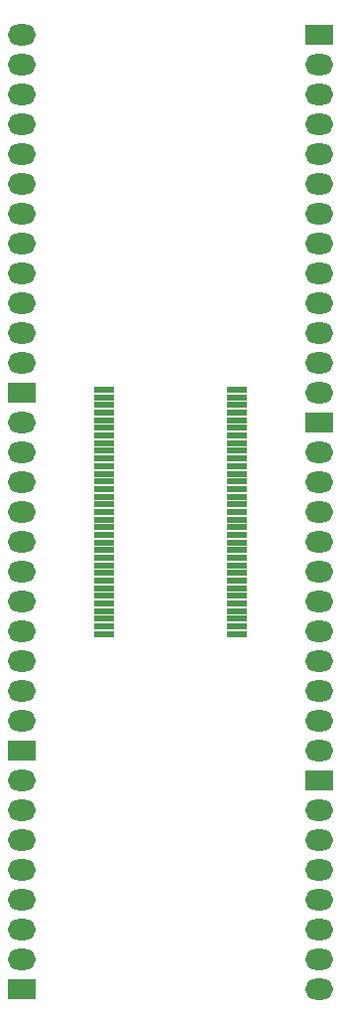
<source format=gbr>
G04 --- HEADER BEGIN --- *
%TF.GenerationSoftware,LibrePCB,LibrePCB,0.1.5*%
%TF.CreationDate,2020-12-27T00:53:52*%
%TF.ProjectId,bob_ddr_sdram_4m16b - default,91b37e6c-9424-4871-8535-6cfacb37efd9,v1*%
%TF.Part,Single*%
%FSLAX66Y66*%
%MOMM*%
G01*
G74*
G04 --- HEADER END --- *
G04 --- APERTURE LIST BEGIN --- *
%ADD10O,2.39X1.787*%
%ADD11R,2.39X1.787*%
%ADD12R,1.7X0.55*%
G04 --- APERTURE LIST END --- *
G04 --- BOARD BEGIN --- *
D10*
X26670000Y34290000D03*
X26670000Y44450000D03*
D11*
X26670000Y49530000D03*
D10*
X26670000Y39370000D03*
X26670000Y31750000D03*
X26670000Y21590000D03*
X26670000Y26670000D03*
X26670000Y41910000D03*
X26670000Y46990000D03*
X26670000Y29210000D03*
X26670000Y24130000D03*
X26670000Y36830000D03*
X26670000Y57150000D03*
X26670000Y62230000D03*
D11*
X26670000Y82550000D03*
D10*
X26670000Y77470000D03*
X26670000Y74930000D03*
X26670000Y54610000D03*
X26670000Y52070000D03*
X26670000Y72390000D03*
X26670000Y59690000D03*
X26670000Y69850000D03*
X26670000Y80010000D03*
X26670000Y67310000D03*
X26670000Y64770000D03*
D12*
X19650000Y48410000D03*
X8290000Y45160000D03*
X8290000Y37360000D03*
X19650000Y34110000D03*
X19650000Y45810000D03*
X19650000Y43860000D03*
X19650000Y31510000D03*
X8290000Y34760000D03*
X8290000Y36710000D03*
X19650000Y45160000D03*
X19650000Y41910000D03*
X8290000Y44510000D03*
X8290000Y45810000D03*
X8290000Y32810000D03*
X19650000Y41260000D03*
X19650000Y44510000D03*
X8290000Y32160000D03*
X19650000Y33460000D03*
X19650000Y36710000D03*
X8290000Y51010000D03*
X19650000Y47110000D03*
X8290000Y49060000D03*
X8290000Y39960000D03*
X8290000Y31510000D03*
X19650000Y47760000D03*
X19650000Y36060000D03*
X19650000Y39310000D03*
X19650000Y40610000D03*
X8290000Y47110000D03*
X8290000Y39310000D03*
X8290000Y40610000D03*
X8290000Y42560000D03*
X19650000Y46460000D03*
X19650000Y38010000D03*
X19650000Y37360000D03*
X19650000Y49710000D03*
X8290000Y34110000D03*
X8290000Y49710000D03*
X8290000Y41260000D03*
X19650000Y50360000D03*
X19650000Y39960000D03*
X19650000Y49060000D03*
X8290000Y50360000D03*
X8290000Y33460000D03*
X19650000Y51010000D03*
X8290000Y46460000D03*
X19650000Y51660000D03*
X8290000Y35410000D03*
X8290000Y43210000D03*
X19650000Y32810000D03*
X8290000Y36060000D03*
X8290000Y51660000D03*
X8290000Y41910000D03*
X8290000Y48410000D03*
X8290000Y43860000D03*
X19650000Y43210000D03*
X8290000Y38010000D03*
X8290000Y38660000D03*
X19650000Y52310000D03*
X19650000Y34760000D03*
X8290000Y52310000D03*
X19650000Y38660000D03*
X8290000Y47760000D03*
X19650000Y42560000D03*
X19650000Y32160000D03*
X19650000Y35410000D03*
D10*
X1270000Y36830000D03*
X1270000Y26670000D03*
D11*
X1270000Y21590000D03*
D10*
X1270000Y31750000D03*
X1270000Y39370000D03*
X1270000Y49530000D03*
X1270000Y44450000D03*
X1270000Y29210000D03*
X1270000Y24130000D03*
X1270000Y41910000D03*
X1270000Y46990000D03*
X1270000Y34290000D03*
X26670000Y1270000D03*
X26670000Y8890000D03*
X26670000Y6350000D03*
D11*
X26670000Y19050000D03*
D10*
X26670000Y16510000D03*
X26670000Y3810000D03*
X26670000Y13970000D03*
X26670000Y11430000D03*
X1270000Y19050000D03*
X1270000Y11430000D03*
X1270000Y13970000D03*
D11*
X1270000Y1270000D03*
D10*
X1270000Y3810000D03*
X1270000Y16510000D03*
X1270000Y6350000D03*
X1270000Y8890000D03*
X1270000Y77470000D03*
X1270000Y72390000D03*
D11*
X1270000Y52070000D03*
D10*
X1270000Y57150000D03*
X1270000Y59690000D03*
X1270000Y80010000D03*
X1270000Y82550000D03*
X1270000Y62230000D03*
X1270000Y74930000D03*
X1270000Y64770000D03*
X1270000Y54610000D03*
X1270000Y67310000D03*
X1270000Y69850000D03*
G04 --- BOARD END --- *
%TF.MD5,d864387b6330e4cc605f5d419e705104*%
M02*

</source>
